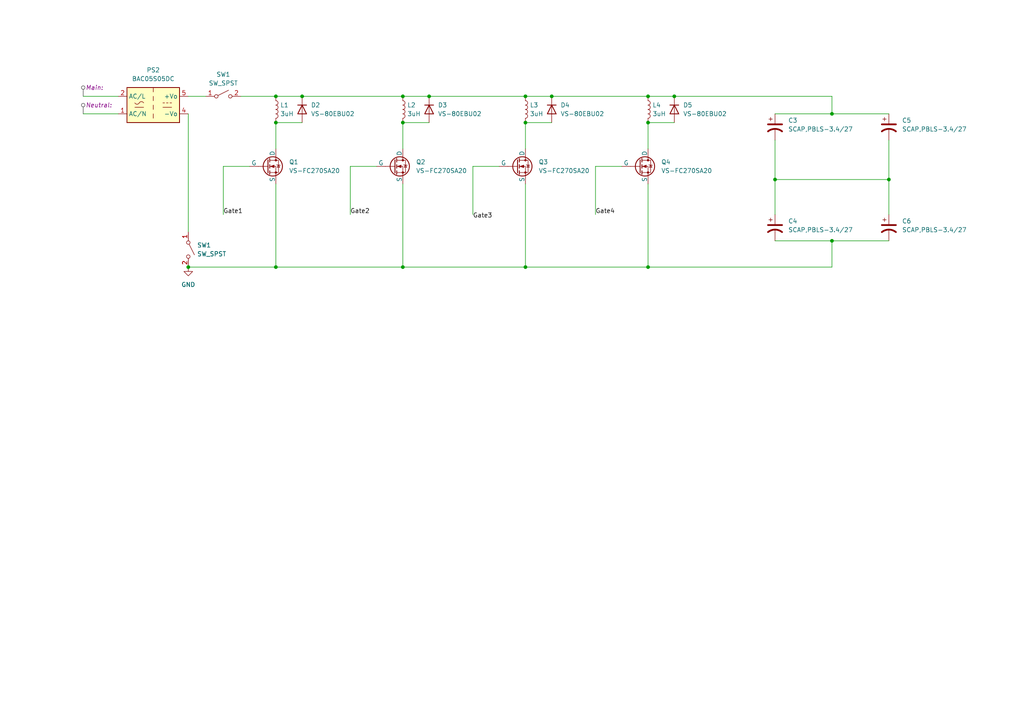
<source format=kicad_sch>
(kicad_sch (version 20230121) (generator eeschema)

  (uuid 5b1c74c5-ef4c-472b-aa21-e30f5e2f01fc)

  (paper "A4")

  (lib_symbols
    (symbol "Converter_ACDC:BAC05S05DC" (in_bom yes) (on_board yes)
      (property "Reference" "PS" (at 0 6.35 0)
        (effects (font (size 1.27 1.27)))
      )
      (property "Value" "BAC05S05DC" (at 0 -6.35 0)
        (effects (font (size 1.27 1.27)))
      )
      (property "Footprint" "Converter_ACDC:Converter_ACDC_Murata_BAC05SxxDC_THT" (at 0 -8.89 0)
        (effects (font (size 1.27 1.27)) hide)
      )
      (property "Datasheet" "https://www.murata.com/products/productdata/8809982558238/KAC-BAC05.pdf" (at 0 -11.43 0)
        (effects (font (size 1.27 1.27)) hide)
      )
      (property "ki_keywords" "Miniature Module-type Power Supply muRataPs" (at 0 0 0)
        (effects (font (size 1.27 1.27)) hide)
      )
      (property "ki_description" "5V, 1A, 5W, Isolated, AC-DC" (at 0 0 0)
        (effects (font (size 1.27 1.27)) hide)
      )
      (property "ki_fp_filters" "Converter*ACDC*Murata*BAC05S*DC*THT*" (at 0 0 0)
        (effects (font (size 1.27 1.27)) hide)
      )
      (symbol "BAC05S05DC_0_1"
        (rectangle (start -7.62 5.08) (end 7.62 -5.08)
          (stroke (width 0.254) (type default))
          (fill (type background))
        )
        (arc (start -5.334 0.635) (mid -4.699 0.2495) (end -4.064 0.635)
          (stroke (width 0) (type default))
          (fill (type none))
        )
        (arc (start -2.794 0.635) (mid -3.429 1.0072) (end -4.064 0.635)
          (stroke (width 0) (type default))
          (fill (type none))
        )
        (polyline
          (pts
            (xy -5.334 -0.635)
            (xy -2.794 -0.635)
          )
          (stroke (width 0) (type default))
          (fill (type none))
        )
        (polyline
          (pts
            (xy 0 -2.54)
            (xy 0 -3.81)
          )
          (stroke (width 0) (type default))
          (fill (type none))
        )
        (polyline
          (pts
            (xy 0 0)
            (xy 0 -1.27)
          )
          (stroke (width 0) (type default))
          (fill (type none))
        )
        (polyline
          (pts
            (xy 0 2.54)
            (xy 0 1.27)
          )
          (stroke (width 0) (type default))
          (fill (type none))
        )
        (polyline
          (pts
            (xy 0 5.08)
            (xy 0 3.81)
          )
          (stroke (width 0) (type default))
          (fill (type none))
        )
        (polyline
          (pts
            (xy 2.794 -0.635)
            (xy 5.334 -0.635)
          )
          (stroke (width 0) (type default))
          (fill (type none))
        )
        (polyline
          (pts
            (xy 2.794 0.635)
            (xy 3.302 0.635)
          )
          (stroke (width 0) (type default))
          (fill (type none))
        )
        (polyline
          (pts
            (xy 3.81 0.635)
            (xy 4.318 0.635)
          )
          (stroke (width 0) (type default))
          (fill (type none))
        )
        (polyline
          (pts
            (xy 4.826 0.635)
            (xy 5.334 0.635)
          )
          (stroke (width 0) (type default))
          (fill (type none))
        )
      )
      (symbol "BAC05S05DC_1_1"
        (pin power_in line (at -10.16 -2.54 0) (length 2.54)
          (name "AC/N" (effects (font (size 1.27 1.27))))
          (number "1" (effects (font (size 1.27 1.27))))
        )
        (pin power_in line (at -10.16 2.54 0) (length 2.54)
          (name "AC/L" (effects (font (size 1.27 1.27))))
          (number "2" (effects (font (size 1.27 1.27))))
        )
        (pin no_connect line (at 7.62 0 180) (length 2.54) hide
          (name "NC" (effects (font (size 1.27 1.27))))
          (number "3" (effects (font (size 1.27 1.27))))
        )
        (pin power_out line (at 10.16 -2.54 180) (length 2.54)
          (name "-Vo" (effects (font (size 1.27 1.27))))
          (number "4" (effects (font (size 1.27 1.27))))
        )
        (pin power_out line (at 10.16 2.54 180) (length 2.54)
          (name "+Vo" (effects (font (size 1.27 1.27))))
          (number "5" (effects (font (size 1.27 1.27))))
        )
      )
    )
    (symbol "Device:C_Polarized_US" (pin_numbers hide) (pin_names (offset 0.254) hide) (in_bom yes) (on_board yes)
      (property "Reference" "C" (at 0.635 2.54 0)
        (effects (font (size 1.27 1.27)) (justify left))
      )
      (property "Value" "C_Polarized_US" (at 0.635 -2.54 0)
        (effects (font (size 1.27 1.27)) (justify left))
      )
      (property "Footprint" "" (at 0 0 0)
        (effects (font (size 1.27 1.27)) hide)
      )
      (property "Datasheet" "~" (at 0 0 0)
        (effects (font (size 1.27 1.27)) hide)
      )
      (property "ki_keywords" "cap capacitor" (at 0 0 0)
        (effects (font (size 1.27 1.27)) hide)
      )
      (property "ki_description" "Polarized capacitor, US symbol" (at 0 0 0)
        (effects (font (size 1.27 1.27)) hide)
      )
      (property "ki_fp_filters" "CP_*" (at 0 0 0)
        (effects (font (size 1.27 1.27)) hide)
      )
      (symbol "C_Polarized_US_0_1"
        (polyline
          (pts
            (xy -2.032 0.762)
            (xy 2.032 0.762)
          )
          (stroke (width 0.508) (type default))
          (fill (type none))
        )
        (polyline
          (pts
            (xy -1.778 2.286)
            (xy -0.762 2.286)
          )
          (stroke (width 0) (type default))
          (fill (type none))
        )
        (polyline
          (pts
            (xy -1.27 1.778)
            (xy -1.27 2.794)
          )
          (stroke (width 0) (type default))
          (fill (type none))
        )
        (arc (start 2.032 -1.27) (mid 0 -0.5572) (end -2.032 -1.27)
          (stroke (width 0.508) (type default))
          (fill (type none))
        )
      )
      (symbol "C_Polarized_US_1_1"
        (pin passive line (at 0 3.81 270) (length 2.794)
          (name "~" (effects (font (size 1.27 1.27))))
          (number "1" (effects (font (size 1.27 1.27))))
        )
        (pin passive line (at 0 -3.81 90) (length 3.302)
          (name "~" (effects (font (size 1.27 1.27))))
          (number "2" (effects (font (size 1.27 1.27))))
        )
      )
    )
    (symbol "Device:L" (pin_numbers hide) (pin_names (offset 1.016) hide) (in_bom yes) (on_board yes)
      (property "Reference" "L" (at -1.27 0 90)
        (effects (font (size 1.27 1.27)))
      )
      (property "Value" "L" (at 1.905 0 90)
        (effects (font (size 1.27 1.27)))
      )
      (property "Footprint" "" (at 0 0 0)
        (effects (font (size 1.27 1.27)) hide)
      )
      (property "Datasheet" "~" (at 0 0 0)
        (effects (font (size 1.27 1.27)) hide)
      )
      (property "ki_keywords" "inductor choke coil reactor magnetic" (at 0 0 0)
        (effects (font (size 1.27 1.27)) hide)
      )
      (property "ki_description" "Inductor" (at 0 0 0)
        (effects (font (size 1.27 1.27)) hide)
      )
      (property "ki_fp_filters" "Choke_* *Coil* Inductor_* L_*" (at 0 0 0)
        (effects (font (size 1.27 1.27)) hide)
      )
      (symbol "L_0_1"
        (arc (start 0 -2.54) (mid 0.6323 -1.905) (end 0 -1.27)
          (stroke (width 0) (type default))
          (fill (type none))
        )
        (arc (start 0 -1.27) (mid 0.6323 -0.635) (end 0 0)
          (stroke (width 0) (type default))
          (fill (type none))
        )
        (arc (start 0 0) (mid 0.6323 0.635) (end 0 1.27)
          (stroke (width 0) (type default))
          (fill (type none))
        )
        (arc (start 0 1.27) (mid 0.6323 1.905) (end 0 2.54)
          (stroke (width 0) (type default))
          (fill (type none))
        )
      )
      (symbol "L_1_1"
        (pin passive line (at 0 3.81 270) (length 1.27)
          (name "1" (effects (font (size 1.27 1.27))))
          (number "1" (effects (font (size 1.27 1.27))))
        )
        (pin passive line (at 0 -3.81 90) (length 1.27)
          (name "2" (effects (font (size 1.27 1.27))))
          (number "2" (effects (font (size 1.27 1.27))))
        )
      )
    )
    (symbol "Diode:1N914" (pin_numbers hide) (pin_names hide) (in_bom yes) (on_board yes)
      (property "Reference" "D" (at 0 2.54 0)
        (effects (font (size 1.27 1.27)))
      )
      (property "Value" "1N914" (at 0 -2.54 0)
        (effects (font (size 1.27 1.27)))
      )
      (property "Footprint" "Diode_THT:D_DO-35_SOD27_P7.62mm_Horizontal" (at 0 -4.445 0)
        (effects (font (size 1.27 1.27)) hide)
      )
      (property "Datasheet" "http://www.vishay.com/docs/85622/1n914.pdf" (at 0 0 0)
        (effects (font (size 1.27 1.27)) hide)
      )
      (property "Sim.Device" "D" (at 0 0 0)
        (effects (font (size 1.27 1.27)) hide)
      )
      (property "Sim.Pins" "1=K 2=A" (at 0 0 0)
        (effects (font (size 1.27 1.27)) hide)
      )
      (property "ki_keywords" "diode" (at 0 0 0)
        (effects (font (size 1.27 1.27)) hide)
      )
      (property "ki_description" "100V 0.3A Small Signal Fast Switching Diode, DO-35" (at 0 0 0)
        (effects (font (size 1.27 1.27)) hide)
      )
      (property "ki_fp_filters" "D*DO?35*" (at 0 0 0)
        (effects (font (size 1.27 1.27)) hide)
      )
      (symbol "1N914_0_1"
        (polyline
          (pts
            (xy -1.27 1.27)
            (xy -1.27 -1.27)
          )
          (stroke (width 0.254) (type default))
          (fill (type none))
        )
        (polyline
          (pts
            (xy 1.27 0)
            (xy -1.27 0)
          )
          (stroke (width 0) (type default))
          (fill (type none))
        )
        (polyline
          (pts
            (xy 1.27 1.27)
            (xy 1.27 -1.27)
            (xy -1.27 0)
            (xy 1.27 1.27)
          )
          (stroke (width 0.254) (type default))
          (fill (type none))
        )
      )
      (symbol "1N914_1_1"
        (pin passive line (at -3.81 0 0) (length 2.54)
          (name "K" (effects (font (size 1.27 1.27))))
          (number "1" (effects (font (size 1.27 1.27))))
        )
        (pin passive line (at 3.81 0 180) (length 2.54)
          (name "A" (effects (font (size 1.27 1.27))))
          (number "2" (effects (font (size 1.27 1.27))))
        )
      )
    )
    (symbol "Simulation_SPICE:NMOS" (pin_numbers hide) (pin_names (offset 0)) (in_bom yes) (on_board yes)
      (property "Reference" "Q" (at 5.08 1.27 0)
        (effects (font (size 1.27 1.27)) (justify left))
      )
      (property "Value" "NMOS" (at 5.08 -1.27 0)
        (effects (font (size 1.27 1.27)) (justify left))
      )
      (property "Footprint" "" (at 5.08 2.54 0)
        (effects (font (size 1.27 1.27)) hide)
      )
      (property "Datasheet" "https://ngspice.sourceforge.io/docs/ngspice-manual.pdf" (at 0 -12.7 0)
        (effects (font (size 1.27 1.27)) hide)
      )
      (property "Sim.Device" "NMOS" (at 0 -17.145 0)
        (effects (font (size 1.27 1.27)) hide)
      )
      (property "Sim.Type" "VDMOS" (at 0 -19.05 0)
        (effects (font (size 1.27 1.27)) hide)
      )
      (property "Sim.Pins" "1=D 2=G 3=S" (at 0 -15.24 0)
        (effects (font (size 1.27 1.27)) hide)
      )
      (property "ki_keywords" "transistor NMOS N-MOS N-MOSFET simulation" (at 0 0 0)
        (effects (font (size 1.27 1.27)) hide)
      )
      (property "ki_description" "N-MOSFET transistor, drain/source/gate" (at 0 0 0)
        (effects (font (size 1.27 1.27)) hide)
      )
      (symbol "NMOS_0_1"
        (polyline
          (pts
            (xy 0.254 0)
            (xy -2.54 0)
          )
          (stroke (width 0) (type default))
          (fill (type none))
        )
        (polyline
          (pts
            (xy 0.254 1.905)
            (xy 0.254 -1.905)
          )
          (stroke (width 0.254) (type default))
          (fill (type none))
        )
        (polyline
          (pts
            (xy 0.762 -1.27)
            (xy 0.762 -2.286)
          )
          (stroke (width 0.254) (type default))
          (fill (type none))
        )
        (polyline
          (pts
            (xy 0.762 0.508)
            (xy 0.762 -0.508)
          )
          (stroke (width 0.254) (type default))
          (fill (type none))
        )
        (polyline
          (pts
            (xy 0.762 2.286)
            (xy 0.762 1.27)
          )
          (stroke (width 0.254) (type default))
          (fill (type none))
        )
        (polyline
          (pts
            (xy 2.54 2.54)
            (xy 2.54 1.778)
          )
          (stroke (width 0) (type default))
          (fill (type none))
        )
        (polyline
          (pts
            (xy 2.54 -2.54)
            (xy 2.54 0)
            (xy 0.762 0)
          )
          (stroke (width 0) (type default))
          (fill (type none))
        )
        (polyline
          (pts
            (xy 0.762 -1.778)
            (xy 3.302 -1.778)
            (xy 3.302 1.778)
            (xy 0.762 1.778)
          )
          (stroke (width 0) (type default))
          (fill (type none))
        )
        (polyline
          (pts
            (xy 1.016 0)
            (xy 2.032 0.381)
            (xy 2.032 -0.381)
            (xy 1.016 0)
          )
          (stroke (width 0) (type default))
          (fill (type outline))
        )
        (polyline
          (pts
            (xy 2.794 0.508)
            (xy 2.921 0.381)
            (xy 3.683 0.381)
            (xy 3.81 0.254)
          )
          (stroke (width 0) (type default))
          (fill (type none))
        )
        (polyline
          (pts
            (xy 3.302 0.381)
            (xy 2.921 -0.254)
            (xy 3.683 -0.254)
            (xy 3.302 0.381)
          )
          (stroke (width 0) (type default))
          (fill (type none))
        )
        (circle (center 1.651 0) (radius 2.794)
          (stroke (width 0.254) (type default))
          (fill (type none))
        )
        (circle (center 2.54 -1.778) (radius 0.254)
          (stroke (width 0) (type default))
          (fill (type outline))
        )
        (circle (center 2.54 1.778) (radius 0.254)
          (stroke (width 0) (type default))
          (fill (type outline))
        )
      )
      (symbol "NMOS_1_1"
        (pin passive line (at 2.54 5.08 270) (length 2.54)
          (name "D" (effects (font (size 1.27 1.27))))
          (number "1" (effects (font (size 1.27 1.27))))
        )
        (pin input line (at -5.08 0 0) (length 2.54)
          (name "G" (effects (font (size 1.27 1.27))))
          (number "2" (effects (font (size 1.27 1.27))))
        )
        (pin passive line (at 2.54 -5.08 90) (length 2.54)
          (name "S" (effects (font (size 1.27 1.27))))
          (number "3" (effects (font (size 1.27 1.27))))
        )
      )
    )
    (symbol "Switch:SW_SPST" (pin_names (offset 0) hide) (in_bom yes) (on_board yes)
      (property "Reference" "SW" (at 0 3.175 0)
        (effects (font (size 1.27 1.27)))
      )
      (property "Value" "SW_SPST" (at 0 -2.54 0)
        (effects (font (size 1.27 1.27)))
      )
      (property "Footprint" "" (at 0 0 0)
        (effects (font (size 1.27 1.27)) hide)
      )
      (property "Datasheet" "~" (at 0 0 0)
        (effects (font (size 1.27 1.27)) hide)
      )
      (property "ki_keywords" "switch lever" (at 0 0 0)
        (effects (font (size 1.27 1.27)) hide)
      )
      (property "ki_description" "Single Pole Single Throw (SPST) switch" (at 0 0 0)
        (effects (font (size 1.27 1.27)) hide)
      )
      (symbol "SW_SPST_0_0"
        (circle (center -2.032 0) (radius 0.508)
          (stroke (width 0) (type default))
          (fill (type none))
        )
        (polyline
          (pts
            (xy -1.524 0.254)
            (xy 1.524 1.778)
          )
          (stroke (width 0) (type default))
          (fill (type none))
        )
        (circle (center 2.032 0) (radius 0.508)
          (stroke (width 0) (type default))
          (fill (type none))
        )
      )
      (symbol "SW_SPST_1_1"
        (pin passive line (at -5.08 0 0) (length 2.54)
          (name "A" (effects (font (size 1.27 1.27))))
          (number "1" (effects (font (size 1.27 1.27))))
        )
        (pin passive line (at 5.08 0 180) (length 2.54)
          (name "B" (effects (font (size 1.27 1.27))))
          (number "2" (effects (font (size 1.27 1.27))))
        )
      )
    )
    (symbol "power:GND" (power) (pin_names (offset 0)) (in_bom yes) (on_board yes)
      (property "Reference" "#PWR" (at 0 -6.35 0)
        (effects (font (size 1.27 1.27)) hide)
      )
      (property "Value" "GND" (at 0 -3.81 0)
        (effects (font (size 1.27 1.27)))
      )
      (property "Footprint" "" (at 0 0 0)
        (effects (font (size 1.27 1.27)) hide)
      )
      (property "Datasheet" "" (at 0 0 0)
        (effects (font (size 1.27 1.27)) hide)
      )
      (property "ki_keywords" "global power" (at 0 0 0)
        (effects (font (size 1.27 1.27)) hide)
      )
      (property "ki_description" "Power symbol creates a global label with name \"GND\" , ground" (at 0 0 0)
        (effects (font (size 1.27 1.27)) hide)
      )
      (symbol "GND_0_1"
        (polyline
          (pts
            (xy 0 0)
            (xy 0 -1.27)
            (xy 1.27 -1.27)
            (xy 0 -2.54)
            (xy -1.27 -1.27)
            (xy 0 -1.27)
          )
          (stroke (width 0) (type default))
          (fill (type none))
        )
      )
      (symbol "GND_1_1"
        (pin power_in line (at 0 0 270) (length 0) hide
          (name "GND" (effects (font (size 1.27 1.27))))
          (number "1" (effects (font (size 1.27 1.27))))
        )
      )
    )
  )

  (junction (at 152.4 35.56) (diameter 0) (color 0 0 0 0)
    (uuid 0376223f-de7c-46b0-abf9-42ca0a67eb6d)
  )
  (junction (at 116.84 35.56) (diameter 0) (color 0 0 0 0)
    (uuid 08266565-9661-4e95-a3b2-dc469d29702e)
  )
  (junction (at 80.01 35.56) (diameter 0) (color 0 0 0 0)
    (uuid 0b898577-9ae9-4cd9-9cb8-b64cd8654cdc)
  )
  (junction (at 195.58 27.94) (diameter 0) (color 0 0 0 0)
    (uuid 19791c09-ced2-49c1-b411-07815c40e154)
  )
  (junction (at 87.63 27.94) (diameter 0) (color 0 0 0 0)
    (uuid 25ef7c90-17df-4897-bd24-f824d0127e76)
  )
  (junction (at 160.02 27.94) (diameter 0) (color 0 0 0 0)
    (uuid 2a338fcb-77ba-4b44-9f81-de05e6709824)
  )
  (junction (at 80.01 27.94) (diameter 0) (color 0 0 0 0)
    (uuid 32a49244-0b1d-4dee-9b9e-28e7179408df)
  )
  (junction (at 187.96 35.56) (diameter 0) (color 0 0 0 0)
    (uuid 697744c7-5af9-48cc-b5e0-da305ac0e532)
  )
  (junction (at 116.84 27.94) (diameter 0) (color 0 0 0 0)
    (uuid 6ceaa509-7ad7-4b84-ae73-f6b68ec283d6)
  )
  (junction (at 116.84 77.47) (diameter 0) (color 0 0 0 0)
    (uuid 9367070b-ff33-4056-b178-6eabce509e36)
  )
  (junction (at 80.01 77.47) (diameter 0) (color 0 0 0 0)
    (uuid 98393a73-8d5d-40e8-89f6-5baa54f18f47)
  )
  (junction (at 187.96 77.47) (diameter 0) (color 0 0 0 0)
    (uuid bffafe2f-209b-4921-a0e2-f694c9c285a7)
  )
  (junction (at 124.46 27.94) (diameter 0) (color 0 0 0 0)
    (uuid c8fa63a3-ec8b-4e35-b50b-c45ba1d37208)
  )
  (junction (at 54.61 77.47) (diameter 0) (color 0 0 0 0)
    (uuid c96e7af0-56eb-48dd-a7d4-732400e4a5f5)
  )
  (junction (at 187.96 27.94) (diameter 0) (color 0 0 0 0)
    (uuid cc483175-0ead-4de9-9e77-41d1c3416f1b)
  )
  (junction (at 152.4 27.94) (diameter 0) (color 0 0 0 0)
    (uuid cd73b104-7ba6-425e-b65e-25b588deb033)
  )
  (junction (at 224.79 52.07) (diameter 0) (color 0 0 0 0)
    (uuid d4416263-44f7-4234-9b5f-1be352d03beb)
  )
  (junction (at 241.3 33.02) (diameter 0) (color 0 0 0 0)
    (uuid e04fa921-d6d8-4d8a-8dd2-70089391377f)
  )
  (junction (at 257.81 52.07) (diameter 0) (color 0 0 0 0)
    (uuid e7488930-46f1-4b9c-8ca7-a0c1e2058014)
  )
  (junction (at 152.4 77.47) (diameter 0) (color 0 0 0 0)
    (uuid e7abb4f2-a69d-49f2-8219-168f98946fe5)
  )
  (junction (at 241.3 69.85) (diameter 0) (color 0 0 0 0)
    (uuid f557b80a-88b8-474b-83c6-747957bfde36)
  )

  (wire (pts (xy 241.3 77.47) (xy 241.3 69.85))
    (stroke (width 0) (type default))
    (uuid 14317a0b-d8df-464f-a408-f4147f824acc)
  )
  (wire (pts (xy 137.16 48.26) (xy 137.16 62.23))
    (stroke (width 0) (type default))
    (uuid 15e0f6ee-4244-4a12-8647-2772aa644d50)
  )
  (wire (pts (xy 144.78 48.26) (xy 137.16 48.26))
    (stroke (width 0) (type default))
    (uuid 183d3596-6da1-49ad-8943-37724e7ae915)
  )
  (wire (pts (xy 54.61 27.94) (xy 59.69 27.94))
    (stroke (width 0) (type default))
    (uuid 1d61b837-85d0-4957-9ff6-3e93c06c5ff6)
  )
  (wire (pts (xy 152.4 27.94) (xy 160.02 27.94))
    (stroke (width 0) (type default))
    (uuid 293b49b7-b057-4891-b56f-1d363b1ea441)
  )
  (wire (pts (xy 80.01 35.56) (xy 87.63 35.56))
    (stroke (width 0) (type default))
    (uuid 2be1a3ad-e3c3-4c8c-90bc-9f7c772affff)
  )
  (wire (pts (xy 241.3 69.85) (xy 257.81 69.85))
    (stroke (width 0) (type default))
    (uuid 2d6a92c8-74e4-400c-921c-30981639ebbf)
  )
  (wire (pts (xy 224.79 52.07) (xy 257.81 52.07))
    (stroke (width 0) (type default))
    (uuid 2faca743-a53d-4ddb-b5b7-f954e3a390c4)
  )
  (wire (pts (xy 101.6 48.26) (xy 101.6 62.23))
    (stroke (width 0) (type default))
    (uuid 38486b12-9c6e-4f20-b892-bd0af8430158)
  )
  (wire (pts (xy 152.4 35.56) (xy 160.02 35.56))
    (stroke (width 0) (type default))
    (uuid 3e6c400c-0826-4cdd-adda-ceac54705f8a)
  )
  (wire (pts (xy 152.4 77.47) (xy 187.96 77.47))
    (stroke (width 0) (type default))
    (uuid 46b14c9c-6ee6-49bb-83da-4993cef043a0)
  )
  (wire (pts (xy 152.4 53.34) (xy 152.4 77.47))
    (stroke (width 0) (type default))
    (uuid 495b13ec-a263-4392-91a1-a2929883807b)
  )
  (wire (pts (xy 80.01 77.47) (xy 116.84 77.47))
    (stroke (width 0) (type default))
    (uuid 4d5da53d-80f8-4fad-9f3e-e3188b0ff3ad)
  )
  (wire (pts (xy 116.84 77.47) (xy 152.4 77.47))
    (stroke (width 0) (type default))
    (uuid 5009497c-8bf9-4b13-ab8f-f11015bb992d)
  )
  (wire (pts (xy 34.29 27.94) (xy 24.13 27.94))
    (stroke (width 0) (type default))
    (uuid 525d80b8-0e8b-49d5-9595-c74a62c1a57d)
  )
  (wire (pts (xy 80.01 53.34) (xy 80.01 77.47))
    (stroke (width 0) (type default))
    (uuid 57978e42-08c4-472a-bc68-4b3998c57ca2)
  )
  (wire (pts (xy 180.34 48.26) (xy 172.72 48.26))
    (stroke (width 0) (type default))
    (uuid 59406381-0157-4b54-83d1-ff5a31bb3f99)
  )
  (wire (pts (xy 116.84 27.94) (xy 124.46 27.94))
    (stroke (width 0) (type default))
    (uuid 63d900e4-6ae3-4463-ad0e-7520759b4beb)
  )
  (wire (pts (xy 257.81 52.07) (xy 257.81 62.23))
    (stroke (width 0) (type default))
    (uuid 64ccf844-47be-411c-a091-6bd5d1a18ed8)
  )
  (wire (pts (xy 116.84 35.56) (xy 116.84 43.18))
    (stroke (width 0) (type default))
    (uuid 73db77b6-81de-47cd-854e-a7bcd3479071)
  )
  (wire (pts (xy 69.85 27.94) (xy 80.01 27.94))
    (stroke (width 0) (type default))
    (uuid 748cbdbb-224a-4b5d-a38b-279bce8c675c)
  )
  (wire (pts (xy 241.3 27.94) (xy 241.3 33.02))
    (stroke (width 0) (type default))
    (uuid 74ec2330-6a5c-4457-915c-381940eb9cf7)
  )
  (wire (pts (xy 116.84 53.34) (xy 116.84 77.47))
    (stroke (width 0) (type default))
    (uuid 77082791-06fd-4e1a-9a6f-d1d0b27217de)
  )
  (wire (pts (xy 152.4 35.56) (xy 152.4 43.18))
    (stroke (width 0) (type default))
    (uuid 7ca436fe-dd0f-4582-8a5a-5c4fcfad0bb4)
  )
  (wire (pts (xy 187.96 77.47) (xy 187.96 53.34))
    (stroke (width 0) (type default))
    (uuid 81aa27f9-f7d6-4215-901a-45d050bad73e)
  )
  (wire (pts (xy 124.46 27.94) (xy 152.4 27.94))
    (stroke (width 0) (type default))
    (uuid 8243fd56-452f-4746-87da-af5634c31db4)
  )
  (wire (pts (xy 187.96 35.56) (xy 195.58 35.56))
    (stroke (width 0) (type default))
    (uuid 8e817bd5-1679-4ae3-8c57-54a2b49412cc)
  )
  (wire (pts (xy 224.79 69.85) (xy 241.3 69.85))
    (stroke (width 0) (type default))
    (uuid 904ceb97-8f18-4282-af66-95a3eb48862e)
  )
  (wire (pts (xy 87.63 27.94) (xy 116.84 27.94))
    (stroke (width 0) (type default))
    (uuid 9f3083ad-1013-4c68-9cab-b7dadfa4a381)
  )
  (wire (pts (xy 54.61 77.47) (xy 80.01 77.47))
    (stroke (width 0) (type default))
    (uuid a037a05d-5f84-4810-b63a-1579b1516798)
  )
  (wire (pts (xy 172.72 48.26) (xy 172.72 62.23))
    (stroke (width 0) (type default))
    (uuid a3987b03-7162-48be-a80a-0d0e37416966)
  )
  (wire (pts (xy 72.39 48.26) (xy 64.77 48.26))
    (stroke (width 0) (type default))
    (uuid af1d4d42-e7bc-4c2e-9711-52626953b67d)
  )
  (wire (pts (xy 224.79 40.64) (xy 224.79 52.07))
    (stroke (width 0) (type default))
    (uuid bbe8ff5e-9b41-4f67-b688-7562ada1c218)
  )
  (wire (pts (xy 24.13 33.02) (xy 34.29 33.02))
    (stroke (width 0) (type default))
    (uuid c0f6f7d9-f5e7-4d61-8866-6e11117ff1fd)
  )
  (wire (pts (xy 241.3 33.02) (xy 257.81 33.02))
    (stroke (width 0) (type default))
    (uuid c27a0e5f-60da-4b0f-8378-4e6516c09ba0)
  )
  (wire (pts (xy 195.58 27.94) (xy 241.3 27.94))
    (stroke (width 0) (type default))
    (uuid c336734a-9b48-4368-8e2a-3ea69593901b)
  )
  (wire (pts (xy 54.61 33.02) (xy 54.61 67.31))
    (stroke (width 0) (type default))
    (uuid c588d3e4-846b-4f45-985c-98164371be6b)
  )
  (wire (pts (xy 109.22 48.26) (xy 101.6 48.26))
    (stroke (width 0) (type default))
    (uuid c6c9abf8-22c3-412c-9928-d374d1004c92)
  )
  (wire (pts (xy 224.79 33.02) (xy 241.3 33.02))
    (stroke (width 0) (type default))
    (uuid cc39163a-819d-4e45-ab35-f7c399234b87)
  )
  (wire (pts (xy 80.01 35.56) (xy 80.01 43.18))
    (stroke (width 0) (type default))
    (uuid d1fc5208-c199-4f01-94f1-aaf2b0ba624d)
  )
  (wire (pts (xy 64.77 48.26) (xy 64.77 62.23))
    (stroke (width 0) (type default))
    (uuid d31e4655-79af-4aec-86ee-63b6b7df0e97)
  )
  (wire (pts (xy 224.79 52.07) (xy 224.79 62.23))
    (stroke (width 0) (type default))
    (uuid d60d0c9f-7e89-41dd-8fd9-106b04f1aa26)
  )
  (wire (pts (xy 187.96 35.56) (xy 187.96 43.18))
    (stroke (width 0) (type default))
    (uuid dd1e3685-a51a-4794-a034-71d08f95f87f)
  )
  (wire (pts (xy 116.84 35.56) (xy 124.46 35.56))
    (stroke (width 0) (type default))
    (uuid de653fd2-be01-4156-b3bc-b26d8a87c31a)
  )
  (wire (pts (xy 187.96 27.94) (xy 195.58 27.94))
    (stroke (width 0) (type default))
    (uuid ea3fbed5-5d47-47bc-975b-3fa815a9f635)
  )
  (wire (pts (xy 80.01 27.94) (xy 87.63 27.94))
    (stroke (width 0) (type default))
    (uuid ecd8cdd4-5fd1-4349-9626-2a0cbcec777f)
  )
  (wire (pts (xy 257.81 40.64) (xy 257.81 52.07))
    (stroke (width 0) (type default))
    (uuid f02036dd-a33c-4616-a4cb-db73cf320c84)
  )
  (wire (pts (xy 187.96 77.47) (xy 241.3 77.47))
    (stroke (width 0) (type default))
    (uuid fad686a0-89a6-4f46-84d5-a2d377b20e29)
  )
  (wire (pts (xy 160.02 27.94) (xy 187.96 27.94))
    (stroke (width 0) (type default))
    (uuid ffcc39eb-8cfc-4170-b222-4994b1e7f9d4)
  )

  (label "Gate4" (at 172.72 62.23 0) (fields_autoplaced)
    (effects (font (size 1.27 1.27)) (justify left bottom))
    (uuid 1026454c-3229-48fc-b173-fa5f6fca6d89)
  )
  (label "Gate3" (at 137.16 63.5 0) (fields_autoplaced)
    (effects (font (size 1.27 1.27)) (justify left bottom))
    (uuid 1e104793-9fc0-4409-a786-35332cb42061)
  )
  (label "Gate1" (at 64.77 62.23 0) (fields_autoplaced)
    (effects (font (size 1.27 1.27)) (justify left bottom))
    (uuid 69e11691-5e9c-4276-9ece-f010538be577)
  )
  (label "Gate2" (at 101.6 62.23 0) (fields_autoplaced)
    (effects (font (size 1.27 1.27)) (justify left bottom))
    (uuid bfe0b660-3a29-4e7e-95e2-89ca7bc58358)
  )

  (netclass_flag "" (length 2.54) (shape round) (at 24.13 33.02 0) (fields_autoplaced)
    (effects (font (size 1.27 1.27)) (justify left bottom))
    (uuid 66327992-c14c-48ee-8ce8-72a4171a3316)
    (property "Neutral" "" (at 24.8285 30.48 0) (show_name)
      (effects (font (size 1.27 1.27) italic) (justify left))
    )
  )
  (netclass_flag "" (length 2.54) (shape round) (at 24.13 27.94 0) (fields_autoplaced)
    (effects (font (size 1.27 1.27)) (justify left bottom))
    (uuid bddde4dc-f008-497c-a731-6805170ef8b0)
    (property "Main" "" (at 24.8285 25.4 0) (show_name)
      (effects (font (size 1.27 1.27) italic) (justify left))
    )
  )

  (symbol (lib_id "Simulation_SPICE:NMOS") (at 77.47 48.26 0) (unit 1)
    (in_bom yes) (on_board yes) (dnp no) (fields_autoplaced)
    (uuid 02e67ad1-3092-4789-a885-4a771831c8da)
    (property "Reference" "Q1" (at 83.82 46.99 0)
      (effects (font (size 1.27 1.27)) (justify left))
    )
    (property "Value" "VS-FC270SA20" (at 83.82 49.53 0)
      (effects (font (size 1.27 1.27)) (justify left))
    )
    (property "Footprint" "" (at 82.55 45.72 0)
      (effects (font (size 1.27 1.27)) hide)
    )
    (property "Datasheet" "https://www.vishay.com/docs/96103/vs-fc270sa20.pdf" (at 77.47 60.96 0)
      (effects (font (size 1.27 1.27)) hide)
    )
    (pin "1" (uuid e7c768fb-4f2d-4aed-98f2-bce6c2a848c6))
    (pin "2" (uuid 43af7f48-8c66-4934-9d84-31746d206f42))
    (pin "3" (uuid 6ed65d68-42f3-47c2-8f1d-05be85719909))
    (instances
      (project "Schem1"
        (path "/911b5eb8-7b6c-425b-b090-765c473021df"
          (reference "Q1") (unit 1)
        )
        (path "/911b5eb8-7b6c-425b-b090-765c473021df/f1eb5bf7-cb18-41d2-af62-ebbfe03c356f"
          (reference "Q1") (unit 1)
        )
      )
      (project "Capstone_2"
        (path "/e9cb22ac-4e28-4b8f-97fc-409e162ca450/daf2ac80-61d0-4be2-9d7f-e13be03261cc"
          (reference "Q1") (unit 1)
        )
      )
    )
  )

  (symbol (lib_id "Switch:SW_SPST") (at 64.77 27.94 0) (unit 1)
    (in_bom yes) (on_board yes) (dnp no) (fields_autoplaced)
    (uuid 04d4eca2-6bc9-458b-9c2a-f25d90c2ed21)
    (property "Reference" "SW1" (at 64.77 21.59 0)
      (effects (font (size 1.27 1.27)))
    )
    (property "Value" "SW_SPST" (at 64.77 24.13 0)
      (effects (font (size 1.27 1.27)))
    )
    (property "Footprint" "" (at 64.77 27.94 0)
      (effects (font (size 1.27 1.27)) hide)
    )
    (property "Datasheet" "~" (at 64.77 27.94 0)
      (effects (font (size 1.27 1.27)) hide)
    )
    (pin "2" (uuid 8dc57394-504e-45e4-9458-df6e8267c51e))
    (pin "1" (uuid 4ae783ee-1e07-42f8-8d42-74be16f389b1))
    (instances
      (project "Schem1"
        (path "/911b5eb8-7b6c-425b-b090-765c473021df"
          (reference "SW1") (unit 1)
        )
        (path "/911b5eb8-7b6c-425b-b090-765c473021df/f1eb5bf7-cb18-41d2-af62-ebbfe03c356f"
          (reference "SW4") (unit 1)
        )
      )
      (project "Capstone_2"
        (path "/e9cb22ac-4e28-4b8f-97fc-409e162ca450/daf2ac80-61d0-4be2-9d7f-e13be03261cc"
          (reference "SW4") (unit 1)
        )
      )
    )
  )

  (symbol (lib_id "Diode:1N914") (at 160.02 31.75 270) (unit 1)
    (in_bom yes) (on_board yes) (dnp no) (fields_autoplaced)
    (uuid 06b8209c-b4b6-4ba8-8c6b-538352814bd4)
    (property "Reference" "D4" (at 162.56 30.48 90)
      (effects (font (size 1.27 1.27)) (justify left))
    )
    (property "Value" "VS-80EBU02" (at 162.56 33.02 90)
      (effects (font (size 1.27 1.27)) (justify left))
    )
    (property "Footprint" "" (at 155.575 31.75 0)
      (effects (font (size 1.27 1.27)) hide)
    )
    (property "Datasheet" "https://mm.digikey.com/Volume0/opasdata/d220001/medias/docus/827/80EBU02.pdf" (at 160.02 31.75 0)
      (effects (font (size 1.27 1.27)) hide)
    )
    (pin "2" (uuid bf0e955e-278f-47c3-9dd0-75dcad61c93a))
    (pin "1" (uuid 40669258-be08-478b-930d-481559c3ee8f))
    (instances
      (project "Schem1"
        (path "/911b5eb8-7b6c-425b-b090-765c473021df"
          (reference "D4") (unit 1)
        )
        (path "/911b5eb8-7b6c-425b-b090-765c473021df/f1eb5bf7-cb18-41d2-af62-ebbfe03c356f"
          (reference "D4") (unit 1)
        )
      )
      (project "Capstone_2"
        (path "/e9cb22ac-4e28-4b8f-97fc-409e162ca450/daf2ac80-61d0-4be2-9d7f-e13be03261cc"
          (reference "D4") (unit 1)
        )
      )
    )
  )

  (symbol (lib_id "Device:L") (at 152.4 31.75 0) (unit 1)
    (in_bom yes) (on_board yes) (dnp no) (fields_autoplaced)
    (uuid 1781f03d-2d1d-4fb1-b5d7-d25c35fe2960)
    (property "Reference" "L3" (at 153.67 30.48 0)
      (effects (font (size 1.27 1.27)) (justify left))
    )
    (property "Value" "3uH" (at 153.67 33.02 0)
      (effects (font (size 1.27 1.27)) (justify left))
    )
    (property "Footprint" "" (at 152.4 31.75 0)
      (effects (font (size 1.27 1.27)) hide)
    )
    (property "Datasheet" "~" (at 152.4 31.75 0)
      (effects (font (size 1.27 1.27)) hide)
    )
    (pin "2" (uuid 77db9674-4089-40de-aa33-85c738e7fd23))
    (pin "1" (uuid 68d3a001-88d0-4e42-8ec0-47034dca82d3))
    (instances
      (project "Schem1"
        (path "/911b5eb8-7b6c-425b-b090-765c473021df"
          (reference "L3") (unit 1)
        )
        (path "/911b5eb8-7b6c-425b-b090-765c473021df/f1eb5bf7-cb18-41d2-af62-ebbfe03c356f"
          (reference "L3") (unit 1)
        )
      )
      (project "Capstone_2"
        (path "/e9cb22ac-4e28-4b8f-97fc-409e162ca450/daf2ac80-61d0-4be2-9d7f-e13be03261cc"
          (reference "L3") (unit 1)
        )
      )
    )
  )

  (symbol (lib_id "Simulation_SPICE:NMOS") (at 114.3 48.26 0) (unit 1)
    (in_bom yes) (on_board yes) (dnp no) (fields_autoplaced)
    (uuid 441ab1f8-9a6f-44ed-96c7-42c11ba4dbe4)
    (property "Reference" "Q2" (at 120.65 46.99 0)
      (effects (font (size 1.27 1.27)) (justify left))
    )
    (property "Value" "VS-FC270SA20" (at 120.65 49.53 0)
      (effects (font (size 1.27 1.27)) (justify left))
    )
    (property "Footprint" "" (at 119.38 45.72 0)
      (effects (font (size 1.27 1.27)) hide)
    )
    (property "Datasheet" "https://www.vishay.com/docs/95793/vs-fc420sa10.pdf" (at 114.3 60.96 0)
      (effects (font (size 1.27 1.27)) hide)
    )
    (pin "1" (uuid afaeea64-858b-458b-94e4-c1d04fa7dac0))
    (pin "2" (uuid f463ddec-c9bb-4c8b-99f1-c63e8ea82ef6))
    (pin "3" (uuid 0d07a139-6d45-4428-87eb-09169cbfd6d9))
    (instances
      (project "Schem1"
        (path "/911b5eb8-7b6c-425b-b090-765c473021df"
          (reference "Q2") (unit 1)
        )
        (path "/911b5eb8-7b6c-425b-b090-765c473021df/f1eb5bf7-cb18-41d2-af62-ebbfe03c356f"
          (reference "Q2") (unit 1)
        )
      )
      (project "Capstone_2"
        (path "/e9cb22ac-4e28-4b8f-97fc-409e162ca450/daf2ac80-61d0-4be2-9d7f-e13be03261cc"
          (reference "Q2") (unit 1)
        )
      )
    )
  )

  (symbol (lib_id "Converter_ACDC:BAC05S05DC") (at 44.45 30.48 0) (unit 1)
    (in_bom yes) (on_board yes) (dnp no) (fields_autoplaced)
    (uuid 482798b1-29ad-4420-a0e8-1173a6016dbd)
    (property "Reference" "PS2" (at 44.45 20.32 0)
      (effects (font (size 1.27 1.27)))
    )
    (property "Value" "BAC05S05DC" (at 44.45 22.86 0)
      (effects (font (size 1.27 1.27)))
    )
    (property "Footprint" "Converter_ACDC:Converter_ACDC_Murata_BAC05SxxDC_THT" (at 44.45 39.37 0)
      (effects (font (size 1.27 1.27)) hide)
    )
    (property "Datasheet" "https://www.murata.com/products/productdata/8809982558238/KAC-BAC05.pdf" (at 44.45 41.91 0)
      (effects (font (size 1.27 1.27)) hide)
    )
    (pin "5" (uuid 670f5281-af45-42d4-a2a1-6ded01f33aba))
    (pin "3" (uuid f9f3ea2a-a3a0-4fb4-9c03-6eb1cd9d59ca))
    (pin "1" (uuid f88a9e99-cae4-421c-b1a3-00a495b48c12))
    (pin "2" (uuid b99aeb29-2432-4112-ba1c-bd4f6a1a22b0))
    (pin "4" (uuid baf5e522-212f-4fbc-9390-ce4335dc24b1))
    (instances
      (project "Schem1"
        (path "/911b5eb8-7b6c-425b-b090-765c473021df/f1eb5bf7-cb18-41d2-af62-ebbfe03c356f"
          (reference "PS2") (unit 1)
        )
      )
      (project "Capstone_2"
        (path "/e9cb22ac-4e28-4b8f-97fc-409e162ca450/daf2ac80-61d0-4be2-9d7f-e13be03261cc"
          (reference "PS1") (unit 1)
        )
      )
    )
  )

  (symbol (lib_id "Diode:1N914") (at 87.63 31.75 270) (unit 1)
    (in_bom yes) (on_board yes) (dnp no) (fields_autoplaced)
    (uuid 5913d4b5-ed3c-46e1-abe5-adaa5855b95d)
    (property "Reference" "D2" (at 90.17 30.48 90)
      (effects (font (size 1.27 1.27)) (justify left))
    )
    (property "Value" "VS-80EBU02" (at 90.17 33.02 90)
      (effects (font (size 1.27 1.27)) (justify left))
    )
    (property "Footprint" "" (at 83.185 31.75 0)
      (effects (font (size 1.27 1.27)) hide)
    )
    (property "Datasheet" "https://mm.digikey.com/Volume0/opasdata/d220001/medias/docus/827/80EBU02.pdf" (at 87.63 31.75 0)
      (effects (font (size 1.27 1.27)) hide)
    )
    (pin "2" (uuid 8118ea1a-b17f-4ff2-bec0-16be78f02e40))
    (pin "1" (uuid 805d597c-1414-4348-a565-a8bc8ca99902))
    (instances
      (project "Schem1"
        (path "/911b5eb8-7b6c-425b-b090-765c473021df"
          (reference "D2") (unit 1)
        )
        (path "/911b5eb8-7b6c-425b-b090-765c473021df/f1eb5bf7-cb18-41d2-af62-ebbfe03c356f"
          (reference "D2") (unit 1)
        )
      )
      (project "Capstone_2"
        (path "/e9cb22ac-4e28-4b8f-97fc-409e162ca450/daf2ac80-61d0-4be2-9d7f-e13be03261cc"
          (reference "D2") (unit 1)
        )
      )
    )
  )

  (symbol (lib_id "Simulation_SPICE:NMOS") (at 185.42 48.26 0) (unit 1)
    (in_bom yes) (on_board yes) (dnp no) (fields_autoplaced)
    (uuid 836fbc06-12b5-40a8-a314-f9cd6fb3aae9)
    (property "Reference" "Q4" (at 191.77 46.99 0)
      (effects (font (size 1.27 1.27)) (justify left))
    )
    (property "Value" "VS-FC270SA20" (at 191.77 49.53 0)
      (effects (font (size 1.27 1.27)) (justify left))
    )
    (property "Footprint" "" (at 190.5 45.72 0)
      (effects (font (size 1.27 1.27)) hide)
    )
    (property "Datasheet" "https://www.vishay.com/docs/95793/vs-fc420sa10.pdf" (at 185.42 60.96 0)
      (effects (font (size 1.27 1.27)) hide)
    )
    (pin "1" (uuid df0ab2ad-0f40-4164-9f50-ce415c131615))
    (pin "2" (uuid 1e50468b-e3ac-4c39-b059-c6fab057bc8c))
    (pin "3" (uuid 82071681-c3b0-45b8-af03-454dbcc1d6dc))
    (instances
      (project "Schem1"
        (path "/911b5eb8-7b6c-425b-b090-765c473021df"
          (reference "Q4") (unit 1)
        )
        (path "/911b5eb8-7b6c-425b-b090-765c473021df/f1eb5bf7-cb18-41d2-af62-ebbfe03c356f"
          (reference "Q4") (unit 1)
        )
      )
      (project "Capstone_2"
        (path "/e9cb22ac-4e28-4b8f-97fc-409e162ca450/daf2ac80-61d0-4be2-9d7f-e13be03261cc"
          (reference "Q4") (unit 1)
        )
      )
    )
  )

  (symbol (lib_id "Device:C_Polarized_US") (at 257.81 36.83 0) (unit 1)
    (in_bom yes) (on_board yes) (dnp no) (fields_autoplaced)
    (uuid 9df09f68-2b18-4f9b-8a33-e4dc2e478a27)
    (property "Reference" "C5" (at 261.62 34.925 0)
      (effects (font (size 1.27 1.27)) (justify left))
    )
    (property "Value" "SCAP,PBLS-3.4/27" (at 261.62 37.465 0)
      (effects (font (size 1.27 1.27)) (justify left))
    )
    (property "Footprint" "" (at 257.81 36.83 0)
      (effects (font (size 1.27 1.27)) hide)
    )
    (property "Datasheet" "https://www.tecategroup.com/products/data_sheet.php?i=PBLS-3.4/27" (at 257.81 36.83 0)
      (effects (font (size 1.27 1.27)) hide)
    )
    (pin "2" (uuid b77f98fb-e92f-4321-b658-ef4d838ffdc7))
    (pin "1" (uuid 27e9d6ac-518c-4282-856f-0bdd522786e9))
    (instances
      (project "Schem1"
        (path "/911b5eb8-7b6c-425b-b090-765c473021df"
          (reference "C5") (unit 1)
        )
        (path "/911b5eb8-7b6c-425b-b090-765c473021df/f1eb5bf7-cb18-41d2-af62-ebbfe03c356f"
          (reference "C5") (unit 1)
        )
      )
      (project "Capstone_2"
        (path "/e9cb22ac-4e28-4b8f-97fc-409e162ca450/daf2ac80-61d0-4be2-9d7f-e13be03261cc"
          (reference "C5") (unit 1)
        )
      )
    )
  )

  (symbol (lib_id "Diode:1N914") (at 124.46 31.75 270) (unit 1)
    (in_bom yes) (on_board yes) (dnp no) (fields_autoplaced)
    (uuid b12dd980-6629-4388-ad9c-67b7c39f10cf)
    (property "Reference" "D3" (at 127 30.48 90)
      (effects (font (size 1.27 1.27)) (justify left))
    )
    (property "Value" "VS-80EBU02" (at 127 33.02 90)
      (effects (font (size 1.27 1.27)) (justify left))
    )
    (property "Footprint" "" (at 120.015 31.75 0)
      (effects (font (size 1.27 1.27)) hide)
    )
    (property "Datasheet" "https://mm.digikey.com/Volume0/opasdata/d220001/medias/docus/827/80EBU02.pdf" (at 124.46 31.75 0)
      (effects (font (size 1.27 1.27)) hide)
    )
    (pin "2" (uuid 5231ae4f-500d-4e37-9986-32eec71621f9))
    (pin "1" (uuid 2eeb3032-a98f-422b-8489-913f2fdb625a))
    (instances
      (project "Schem1"
        (path "/911b5eb8-7b6c-425b-b090-765c473021df"
          (reference "D3") (unit 1)
        )
        (path "/911b5eb8-7b6c-425b-b090-765c473021df/f1eb5bf7-cb18-41d2-af62-ebbfe03c356f"
          (reference "D3") (unit 1)
        )
      )
      (project "Capstone_2"
        (path "/e9cb22ac-4e28-4b8f-97fc-409e162ca450/daf2ac80-61d0-4be2-9d7f-e13be03261cc"
          (reference "D3") (unit 1)
        )
      )
    )
  )

  (symbol (lib_id "power:GND") (at 54.61 77.47 0) (unit 1)
    (in_bom yes) (on_board yes) (dnp no) (fields_autoplaced)
    (uuid bbffb03e-8885-4857-aed9-f07a14a5f39a)
    (property "Reference" "#PWR03" (at 54.61 83.82 0)
      (effects (font (size 1.27 1.27)) hide)
    )
    (property "Value" "GND" (at 54.61 82.55 0)
      (effects (font (size 1.27 1.27)))
    )
    (property "Footprint" "" (at 54.61 77.47 0)
      (effects (font (size 1.27 1.27)) hide)
    )
    (property "Datasheet" "" (at 54.61 77.47 0)
      (effects (font (size 1.27 1.27)) hide)
    )
    (pin "1" (uuid d5a19441-c02e-4f25-bb99-3aed860568c0))
    (instances
      (project "Schem1"
        (path "/911b5eb8-7b6c-425b-b090-765c473021df"
          (reference "#PWR03") (unit 1)
        )
        (path "/911b5eb8-7b6c-425b-b090-765c473021df/f1eb5bf7-cb18-41d2-af62-ebbfe03c356f"
          (reference "#PWR045") (unit 1)
        )
      )
      (project "Capstone_2"
        (path "/e9cb22ac-4e28-4b8f-97fc-409e162ca450/daf2ac80-61d0-4be2-9d7f-e13be03261cc"
          (reference "#PWR04") (unit 1)
        )
      )
    )
  )

  (symbol (lib_id "Diode:1N914") (at 195.58 31.75 270) (unit 1)
    (in_bom yes) (on_board yes) (dnp no) (fields_autoplaced)
    (uuid c949f1db-6b1b-4547-acc0-a67d5341fe95)
    (property "Reference" "D5" (at 198.12 30.48 90)
      (effects (font (size 1.27 1.27)) (justify left))
    )
    (property "Value" "VS-80EBU02" (at 198.12 33.02 90)
      (effects (font (size 1.27 1.27)) (justify left))
    )
    (property "Footprint" "" (at 191.135 31.75 0)
      (effects (font (size 1.27 1.27)) hide)
    )
    (property "Datasheet" "https://mm.digikey.com/Volume0/opasdata/d220001/medias/docus/827/80EBU02.pdf" (at 195.58 31.75 0)
      (effects (font (size 1.27 1.27)) hide)
    )
    (pin "2" (uuid 2d002867-7fd4-42dc-a295-31cc9572abcf))
    (pin "1" (uuid c30200a7-48b1-4b83-be07-9d311ba5bc11))
    (instances
      (project "Schem1"
        (path "/911b5eb8-7b6c-425b-b090-765c473021df"
          (reference "D5") (unit 1)
        )
        (path "/911b5eb8-7b6c-425b-b090-765c473021df/f1eb5bf7-cb18-41d2-af62-ebbfe03c356f"
          (reference "D5") (unit 1)
        )
      )
      (project "Capstone_2"
        (path "/e9cb22ac-4e28-4b8f-97fc-409e162ca450/daf2ac80-61d0-4be2-9d7f-e13be03261cc"
          (reference "D5") (unit 1)
        )
      )
    )
  )

  (symbol (lib_id "Device:L") (at 116.84 31.75 0) (unit 1)
    (in_bom yes) (on_board yes) (dnp no) (fields_autoplaced)
    (uuid d13a1569-9843-45c9-8f10-acf02be65d79)
    (property "Reference" "L2" (at 118.11 30.48 0)
      (effects (font (size 1.27 1.27)) (justify left))
    )
    (property "Value" "3uH" (at 118.11 33.02 0)
      (effects (font (size 1.27 1.27)) (justify left))
    )
    (property "Footprint" "" (at 116.84 31.75 0)
      (effects (font (size 1.27 1.27)) hide)
    )
    (property "Datasheet" "~" (at 116.84 31.75 0)
      (effects (font (size 1.27 1.27)) hide)
    )
    (pin "2" (uuid 037a4b92-5f8e-4aa1-be3a-0b57c807ce46))
    (pin "1" (uuid e90c2283-c832-49ce-876d-74ddf92f57ad))
    (instances
      (project "Schem1"
        (path "/911b5eb8-7b6c-425b-b090-765c473021df"
          (reference "L2") (unit 1)
        )
        (path "/911b5eb8-7b6c-425b-b090-765c473021df/f1eb5bf7-cb18-41d2-af62-ebbfe03c356f"
          (reference "L2") (unit 1)
        )
      )
      (project "Capstone_2"
        (path "/e9cb22ac-4e28-4b8f-97fc-409e162ca450/daf2ac80-61d0-4be2-9d7f-e13be03261cc"
          (reference "L2") (unit 1)
        )
      )
    )
  )

  (symbol (lib_id "Device:L") (at 80.01 31.75 0) (unit 1)
    (in_bom yes) (on_board yes) (dnp no) (fields_autoplaced)
    (uuid d7359724-97ff-4037-9d14-60f735b1179d)
    (property "Reference" "L1" (at 81.28 30.48 0)
      (effects (font (size 1.27 1.27)) (justify left))
    )
    (property "Value" "3uH" (at 81.28 33.02 0)
      (effects (font (size 1.27 1.27)) (justify left))
    )
    (property "Footprint" "" (at 80.01 31.75 0)
      (effects (font (size 1.27 1.27)) hide)
    )
    (property "Datasheet" "~" (at 80.01 31.75 0)
      (effects (font (size 1.27 1.27)) hide)
    )
    (pin "2" (uuid 244999dc-a14e-4b17-b032-c25a12909d3a))
    (pin "1" (uuid 98791b73-ab00-48f7-9934-bfbdb0780589))
    (instances
      (project "Schem1"
        (path "/911b5eb8-7b6c-425b-b090-765c473021df"
          (reference "L1") (unit 1)
        )
        (path "/911b5eb8-7b6c-425b-b090-765c473021df/f1eb5bf7-cb18-41d2-af62-ebbfe03c356f"
          (reference "L1") (unit 1)
        )
      )
      (project "Capstone_2"
        (path "/e9cb22ac-4e28-4b8f-97fc-409e162ca450/daf2ac80-61d0-4be2-9d7f-e13be03261cc"
          (reference "L1") (unit 1)
        )
      )
    )
  )

  (symbol (lib_id "Device:C_Polarized_US") (at 224.79 66.04 0) (unit 1)
    (in_bom yes) (on_board yes) (dnp no) (fields_autoplaced)
    (uuid deb1a6ed-38bb-4cae-82ed-47d761ba0535)
    (property "Reference" "C4" (at 228.6 64.135 0)
      (effects (font (size 1.27 1.27)) (justify left))
    )
    (property "Value" "SCAP,PBLS-3.4/27" (at 228.6 66.675 0)
      (effects (font (size 1.27 1.27)) (justify left))
    )
    (property "Footprint" "" (at 224.79 66.04 0)
      (effects (font (size 1.27 1.27)) hide)
    )
    (property "Datasheet" "https://www.tecategroup.com/products/data_sheet.php?i=PBLS-3.4/27" (at 224.79 66.04 0)
      (effects (font (size 1.27 1.27)) hide)
    )
    (pin "2" (uuid 33076f0e-bad0-46c3-8b2a-46986c66a995))
    (pin "1" (uuid 411bf25c-7dd4-4aed-b8d1-7aff7712767d))
    (instances
      (project "Schem1"
        (path "/911b5eb8-7b6c-425b-b090-765c473021df"
          (reference "C4") (unit 1)
        )
        (path "/911b5eb8-7b6c-425b-b090-765c473021df/f1eb5bf7-cb18-41d2-af62-ebbfe03c356f"
          (reference "C4") (unit 1)
        )
      )
      (project "Capstone_2"
        (path "/e9cb22ac-4e28-4b8f-97fc-409e162ca450/daf2ac80-61d0-4be2-9d7f-e13be03261cc"
          (reference "C4") (unit 1)
        )
      )
    )
  )

  (symbol (lib_id "Device:L") (at 187.96 31.75 0) (unit 1)
    (in_bom yes) (on_board yes) (dnp no) (fields_autoplaced)
    (uuid e0c9f7b1-cded-479f-8048-80da83cb6409)
    (property "Reference" "L4" (at 189.23 30.48 0)
      (effects (font (size 1.27 1.27)) (justify left))
    )
    (property "Value" "3uH" (at 189.23 33.02 0)
      (effects (font (size 1.27 1.27)) (justify left))
    )
    (property "Footprint" "" (at 187.96 31.75 0)
      (effects (font (size 1.27 1.27)) hide)
    )
    (property "Datasheet" "~" (at 187.96 31.75 0)
      (effects (font (size 1.27 1.27)) hide)
    )
    (pin "2" (uuid 1e343c67-dc1c-444b-88ae-5a90f493d696))
    (pin "1" (uuid c0f332fd-77b0-45f0-800c-f227736d3a3c))
    (instances
      (project "Schem1"
        (path "/911b5eb8-7b6c-425b-b090-765c473021df"
          (reference "L4") (unit 1)
        )
        (path "/911b5eb8-7b6c-425b-b090-765c473021df/f1eb5bf7-cb18-41d2-af62-ebbfe03c356f"
          (reference "L4") (unit 1)
        )
      )
      (project "Capstone_2"
        (path "/e9cb22ac-4e28-4b8f-97fc-409e162ca450/daf2ac80-61d0-4be2-9d7f-e13be03261cc"
          (reference "L4") (unit 1)
        )
      )
    )
  )

  (symbol (lib_id "Switch:SW_SPST") (at 54.61 72.39 270) (unit 1)
    (in_bom yes) (on_board yes) (dnp no) (fields_autoplaced)
    (uuid e37dabca-b094-4ef3-8f1d-b099f49206f3)
    (property "Reference" "SW1" (at 57.15 71.12 90)
      (effects (font (size 1.27 1.27)) (justify left))
    )
    (property "Value" "SW_SPST" (at 57.15 73.66 90)
      (effects (font (size 1.27 1.27)) (justify left))
    )
    (property "Footprint" "" (at 54.61 72.39 0)
      (effects (font (size 1.27 1.27)) hide)
    )
    (property "Datasheet" "~" (at 54.61 72.39 0)
      (effects (font (size 1.27 1.27)) hide)
    )
    (pin "2" (uuid 79997333-55b5-42d1-a4bd-f0f3e459aa17))
    (pin "1" (uuid b6fafcc4-fdd6-4aa4-aa63-45647d856ef5))
    (instances
      (project "Schem1"
        (path "/911b5eb8-7b6c-425b-b090-765c473021df"
          (reference "SW1") (unit 1)
        )
        (path "/911b5eb8-7b6c-425b-b090-765c473021df/f1eb5bf7-cb18-41d2-af62-ebbfe03c356f"
          (reference "SW4") (unit 1)
        )
      )
      (project "Capstone_2"
        (path "/e9cb22ac-4e28-4b8f-97fc-409e162ca450/daf2ac80-61d0-4be2-9d7f-e13be03261cc"
          (reference "SW5") (unit 1)
        )
      )
    )
  )

  (symbol (lib_id "Device:C_Polarized_US") (at 257.81 66.04 0) (unit 1)
    (in_bom yes) (on_board yes) (dnp no) (fields_autoplaced)
    (uuid f3f8a1dc-2032-42ba-a1a5-9a53f3a34e18)
    (property "Reference" "C6" (at 261.62 64.135 0)
      (effects (font (size 1.27 1.27)) (justify left))
    )
    (property "Value" "SCAP,PBLS-3.4/27" (at 261.62 66.675 0)
      (effects (font (size 1.27 1.27)) (justify left))
    )
    (property "Footprint" "" (at 257.81 66.04 0)
      (effects (font (size 1.27 1.27)) hide)
    )
    (property "Datasheet" "https://www.tecategroup.com/products/data_sheet.php?i=PBLS-3.4/27" (at 257.81 66.04 0)
      (effects (font (size 1.27 1.27)) hide)
    )
    (pin "2" (uuid 7ddc389c-a91a-441c-a7e8-99aa8652c860))
    (pin "1" (uuid 16fdb551-99da-49b9-99ea-3b420f517132))
    (instances
      (project "Schem1"
        (path "/911b5eb8-7b6c-425b-b090-765c473021df"
          (reference "C6") (unit 1)
        )
        (path "/911b5eb8-7b6c-425b-b090-765c473021df/f1eb5bf7-cb18-41d2-af62-ebbfe03c356f"
          (reference "C6") (unit 1)
        )
      )
      (project "Capstone_2"
        (path "/e9cb22ac-4e28-4b8f-97fc-409e162ca450/daf2ac80-61d0-4be2-9d7f-e13be03261cc"
          (reference "C6") (unit 1)
        )
      )
    )
  )

  (symbol (lib_id "Simulation_SPICE:NMOS") (at 149.86 48.26 0) (unit 1)
    (in_bom yes) (on_board yes) (dnp no) (fields_autoplaced)
    (uuid f44f11d6-ac5d-490f-b985-c6cf9800dab5)
    (property "Reference" "Q3" (at 156.21 46.99 0)
      (effects (font (size 1.27 1.27)) (justify left))
    )
    (property "Value" "VS-FC270SA20" (at 156.21 49.53 0)
      (effects (font (size 1.27 1.27)) (justify left))
    )
    (property "Footprint" "" (at 154.94 45.72 0)
      (effects (font (size 1.27 1.27)) hide)
    )
    (property "Datasheet" "https://www.vishay.com/docs/95793/vs-fc420sa10.pdf" (at 149.86 60.96 0)
      (effects (font (size 1.27 1.27)) hide)
    )
    (pin "1" (uuid cea55953-98c1-4201-afc8-59d38528d8ab))
    (pin "2" (uuid 6a1f673e-1646-4542-acca-f5e8cf353add))
    (pin "3" (uuid 67472cf9-a053-4347-bb68-e680731b436c))
    (instances
      (project "Schem1"
        (path "/911b5eb8-7b6c-425b-b090-765c473021df"
          (reference "Q3") (unit 1)
        )
        (path "/911b5eb8-7b6c-425b-b090-765c473021df/f1eb5bf7-cb18-41d2-af62-ebbfe03c356f"
          (reference "Q3") (unit 1)
        )
      )
      (project "Capstone_2"
        (path "/e9cb22ac-4e28-4b8f-97fc-409e162ca450/daf2ac80-61d0-4be2-9d7f-e13be03261cc"
          (reference "Q3") (unit 1)
        )
      )
    )
  )

  (symbol (lib_id "Device:C_Polarized_US") (at 224.79 36.83 0) (unit 1)
    (in_bom yes) (on_board yes) (dnp no) (fields_autoplaced)
    (uuid f467b26c-78fb-4622-99d6-4a485962f70a)
    (property "Reference" "C3" (at 228.6 34.925 0)
      (effects (font (size 1.27 1.27)) (justify left))
    )
    (property "Value" "SCAP,PBLS-3.4/27" (at 228.6 37.465 0)
      (effects (font (size 1.27 1.27)) (justify left))
    )
    (property "Footprint" "" (at 224.79 36.83 0)
      (effects (font (size 1.27 1.27)) hide)
    )
    (property "Datasheet" "https://www.tecategroup.com/products/data_sheet.php?i=PBLS-3.4/27" (at 224.79 36.83 0)
      (effects (font (size 1.27 1.27)) hide)
    )
    (pin "2" (uuid c00eb7f8-fc67-47d7-9563-6c1c5ef6de4e))
    (pin "1" (uuid 77689b9a-bca0-4682-9d01-9448dec65053))
    (instances
      (project "Schem1"
        (path "/911b5eb8-7b6c-425b-b090-765c473021df"
          (reference "C3") (unit 1)
        )
        (path "/911b5eb8-7b6c-425b-b090-765c473021df/f1eb5bf7-cb18-41d2-af62-ebbfe03c356f"
          (reference "C3") (unit 1)
        )
      )
      (project "Capstone_2"
        (path "/e9cb22ac-4e28-4b8f-97fc-409e162ca450/daf2ac80-61d0-4be2-9d7f-e13be03261cc"
          (reference "C3") (unit 1)
        )
      )
    )
  )
)

</source>
